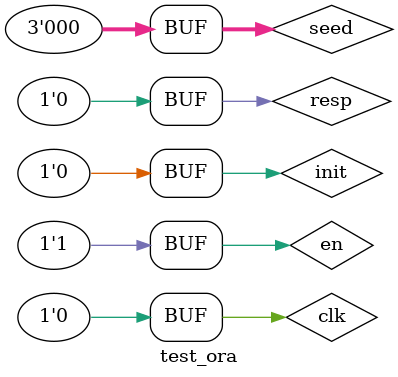
<source format=v>
`timescale 1ns / 1ps

module test_ora;

	// Inputs
	reg resp;
	reg clk;
	reg init;
	reg en;

	// Outputs
	wire [2:0] P;
	reg [2:0] seed;

	// Instantiate the Unit Under Test (UUT)
	ORA_AND uut (
		.resp(resp), 
		.clk(clk), 
		.init(init), 
		.en(en), 
		.P(P), 
	 
		.seed(seed)
	);

	
	
initial begin
		// Initialize Inputs
			seed = 0;
		clk = 0;
		repeat(1000)
		#5  clk=~clk;
		
		end
		initial begin
		#100;
		init = 0;
		#5;
		init=1;
		#5;
		init=0;
		end
		initial begin
	    #100;
		resp=1;
		en = 0;
		#10;
		en=1;
	   #10;
		resp=0;
		#10;
		resp=1;
		#10;
		resp=0;
		#10;
		resp=1;
		#10;
		resp=0;
		
		
		
		
		end
		
	
		// Wait 100 ns for global reset to finish
	
        
		// Add stimulus here


      
endmodule


</source>
